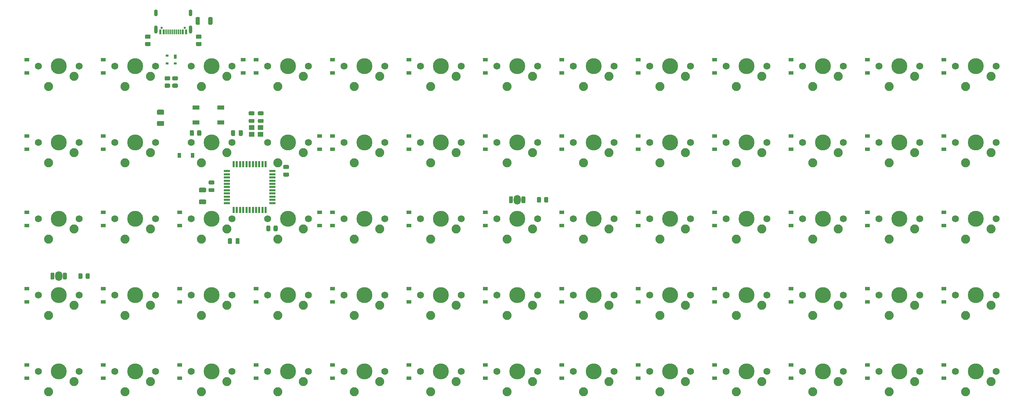
<source format=gbs>
G04 #@! TF.GenerationSoftware,KiCad,Pcbnew,5.1.9+dfsg1-1*
G04 #@! TF.CreationDate,2021-12-29T06:26:28+01:00*
G04 #@! TF.ProjectId,okey65-pcb,6f6b6579-3635-42d7-9063-622e6b696361,rev?*
G04 #@! TF.SameCoordinates,Original*
G04 #@! TF.FileFunction,Soldermask,Bot*
G04 #@! TF.FilePolarity,Negative*
%FSLAX46Y46*%
G04 Gerber Fmt 4.6, Leading zero omitted, Abs format (unit mm)*
G04 Created by KiCad (PCBNEW 5.1.9+dfsg1-1) date 2021-12-29 06:26:28*
%MOMM*%
%LPD*%
G01*
G04 APERTURE LIST*
%ADD10C,2.250000*%
%ADD11C,3.987800*%
%ADD12C,1.750000*%
%ADD13R,0.700000X1.000000*%
%ADD14R,0.700000X0.600000*%
%ADD15R,1.400000X1.200000*%
%ADD16R,0.550000X1.500000*%
%ADD17R,1.500000X0.550000*%
%ADD18R,1.800000X1.100000*%
%ADD19R,0.600000X1.160000*%
%ADD20C,0.600000*%
%ADD21R,0.300000X1.160000*%
%ADD22O,0.900000X1.700000*%
%ADD23O,0.900000X2.000000*%
%ADD24O,1.800000X2.400000*%
%ADD25R,1.200000X0.900000*%
%ADD26R,0.900000X1.200000*%
G04 APERTURE END LIST*
G36*
G01*
X68546000Y-29271999D02*
X68546000Y-30672001D01*
G75*
G02*
X68296001Y-30922000I-249999J0D01*
G01*
X67745999Y-30922000D01*
G75*
G02*
X67496000Y-30672001I0J249999D01*
G01*
X67496000Y-29271999D01*
G75*
G02*
X67745999Y-29022000I249999J0D01*
G01*
X68296001Y-29022000D01*
G75*
G02*
X68546000Y-29271999I0J-249999D01*
G01*
G37*
G36*
G01*
X71696000Y-29271999D02*
X71696000Y-30672001D01*
G75*
G02*
X71446001Y-30922000I-249999J0D01*
G01*
X70895999Y-30922000D01*
G75*
G02*
X70646000Y-30672001I0J249999D01*
G01*
X70646000Y-29271999D01*
G75*
G02*
X70895999Y-29022000I249999J0D01*
G01*
X71446001Y-29022000D01*
G75*
G02*
X71696000Y-29271999I0J-249999D01*
G01*
G37*
D10*
X30797500Y-103505000D03*
D11*
X33337500Y-98425000D03*
D10*
X37147500Y-100965000D03*
D12*
X38417500Y-98425000D03*
X28257500Y-98425000D03*
D10*
X68897500Y-46355000D03*
D11*
X71437500Y-41275000D03*
D10*
X75247500Y-43815000D03*
D12*
X76517500Y-41275000D03*
X66357500Y-41275000D03*
D10*
X68897500Y-84455000D03*
D11*
X71437500Y-79375000D03*
D10*
X75247500Y-81915000D03*
D12*
X76517500Y-79375000D03*
X66357500Y-79375000D03*
G36*
G01*
X69865001Y-72760000D02*
X68564999Y-72760000D01*
G75*
G02*
X68315000Y-72510001I0J249999D01*
G01*
X68315000Y-71859999D01*
G75*
G02*
X68564999Y-71610000I249999J0D01*
G01*
X69865001Y-71610000D01*
G75*
G02*
X70115000Y-71859999I0J-249999D01*
G01*
X70115000Y-72510001D01*
G75*
G02*
X69865001Y-72760000I-249999J0D01*
G01*
G37*
G36*
G01*
X69865001Y-75710000D02*
X68564999Y-75710000D01*
G75*
G02*
X68315000Y-75460001I0J249999D01*
G01*
X68315000Y-74809999D01*
G75*
G02*
X68564999Y-74560000I249999J0D01*
G01*
X69865001Y-74560000D01*
G75*
G02*
X70115000Y-74809999I0J-249999D01*
G01*
X70115000Y-75460001D01*
G75*
G02*
X69865001Y-75710000I-249999J0D01*
G01*
G37*
G36*
G01*
X70962500Y-69797000D02*
X71912500Y-69797000D01*
G75*
G02*
X72162500Y-70047000I0J-250000D01*
G01*
X72162500Y-70547000D01*
G75*
G02*
X71912500Y-70797000I-250000J0D01*
G01*
X70962500Y-70797000D01*
G75*
G02*
X70712500Y-70547000I0J250000D01*
G01*
X70712500Y-70047000D01*
G75*
G02*
X70962500Y-69797000I250000J0D01*
G01*
G37*
G36*
G01*
X70962500Y-71697000D02*
X71912500Y-71697000D01*
G75*
G02*
X72162500Y-71947000I0J-250000D01*
G01*
X72162500Y-72447000D01*
G75*
G02*
X71912500Y-72697000I-250000J0D01*
G01*
X70962500Y-72697000D01*
G75*
G02*
X70712500Y-72447000I0J250000D01*
G01*
X70712500Y-71947000D01*
G75*
G02*
X70962500Y-71697000I250000J0D01*
G01*
G37*
D10*
X87947500Y-84455000D03*
D11*
X90487500Y-79375000D03*
D10*
X94297500Y-81915000D03*
D12*
X95567500Y-79375000D03*
X85407500Y-79375000D03*
D10*
X87947500Y-65405000D03*
D11*
X90487500Y-60325000D03*
D10*
X94297500Y-62865000D03*
D12*
X95567500Y-60325000D03*
X85407500Y-60325000D03*
D13*
X62404500Y-38874000D03*
D14*
X60404500Y-38674000D03*
X62404500Y-40574000D03*
X60404500Y-40574000D03*
D10*
X164147500Y-84455000D03*
D11*
X166687500Y-79375000D03*
D10*
X170497500Y-81915000D03*
D12*
X171767500Y-79375000D03*
X161607500Y-79375000D03*
D10*
X68897500Y-65405000D03*
D11*
X71437500Y-60325000D03*
D10*
X75247500Y-62865000D03*
D12*
X76517500Y-60325000D03*
X66357500Y-60325000D03*
G36*
G01*
X59362500Y-53387500D02*
X58112500Y-53387500D01*
G75*
G02*
X57862500Y-53137500I0J250000D01*
G01*
X57862500Y-52387500D01*
G75*
G02*
X58112500Y-52137500I250000J0D01*
G01*
X59362500Y-52137500D01*
G75*
G02*
X59612500Y-52387500I0J-250000D01*
G01*
X59612500Y-53137500D01*
G75*
G02*
X59362500Y-53387500I-250000J0D01*
G01*
G37*
G36*
G01*
X59362500Y-56187500D02*
X58112500Y-56187500D01*
G75*
G02*
X57862500Y-55937500I0J250000D01*
G01*
X57862500Y-55187500D01*
G75*
G02*
X58112500Y-54937500I250000J0D01*
G01*
X59362500Y-54937500D01*
G75*
G02*
X59612500Y-55187500I0J-250000D01*
G01*
X59612500Y-55937500D01*
G75*
G02*
X59362500Y-56187500I-250000J0D01*
G01*
G37*
D15*
X83681750Y-56554000D03*
X81481750Y-56554000D03*
X81481750Y-58254000D03*
X83681750Y-58254000D03*
D16*
X76962500Y-77137500D03*
X77762500Y-77137500D03*
X78562500Y-77137500D03*
X79362500Y-77137500D03*
X80162500Y-77137500D03*
X80962500Y-77137500D03*
X81762500Y-77137500D03*
X82562500Y-77137500D03*
X83362500Y-77137500D03*
X84162500Y-77137500D03*
X84962500Y-77137500D03*
D17*
X86662500Y-75437500D03*
X86662500Y-74637500D03*
X86662500Y-73837500D03*
X86662500Y-73037500D03*
X86662500Y-72237500D03*
X86662500Y-71437500D03*
X86662500Y-70637500D03*
X86662500Y-69837500D03*
X86662500Y-69037500D03*
X86662500Y-68237500D03*
X86662500Y-67437500D03*
D16*
X84962500Y-65737500D03*
X84162500Y-65737500D03*
X83362500Y-65737500D03*
X82562500Y-65737500D03*
X81762500Y-65737500D03*
X80962500Y-65737500D03*
X80162500Y-65737500D03*
X79362500Y-65737500D03*
X78562500Y-65737500D03*
X77762500Y-65737500D03*
X76962500Y-65737500D03*
D17*
X75262500Y-67437500D03*
X75262500Y-68237500D03*
X75262500Y-69037500D03*
X75262500Y-69837500D03*
X75262500Y-70637500D03*
X75262500Y-71437500D03*
X75262500Y-72237500D03*
X75262500Y-73037500D03*
X75262500Y-73837500D03*
X75262500Y-74637500D03*
X75262500Y-75437500D03*
D18*
X73743750Y-51593750D03*
X67543750Y-55293750D03*
X73743750Y-55293750D03*
X67543750Y-51593750D03*
G36*
G01*
X154387500Y-75062502D02*
X154387500Y-74162498D01*
G75*
G02*
X154637498Y-73912500I249998J0D01*
G01*
X155162502Y-73912500D01*
G75*
G02*
X155412500Y-74162498I0J-249998D01*
G01*
X155412500Y-75062502D01*
G75*
G02*
X155162502Y-75312500I-249998J0D01*
G01*
X154637498Y-75312500D01*
G75*
G02*
X154387500Y-75062502I0J249998D01*
G01*
G37*
G36*
G01*
X152562500Y-75062502D02*
X152562500Y-74162498D01*
G75*
G02*
X152812498Y-73912500I249998J0D01*
G01*
X153337502Y-73912500D01*
G75*
G02*
X153587500Y-74162498I0J-249998D01*
G01*
X153587500Y-75062502D01*
G75*
G02*
X153337502Y-75312500I-249998J0D01*
G01*
X152812498Y-75312500D01*
G75*
G02*
X152562500Y-75062502I0J249998D01*
G01*
G37*
G36*
G01*
X67812498Y-35206250D02*
X68712502Y-35206250D01*
G75*
G02*
X68962500Y-35456248I0J-249998D01*
G01*
X68962500Y-35981252D01*
G75*
G02*
X68712502Y-36231250I-249998J0D01*
G01*
X67812498Y-36231250D01*
G75*
G02*
X67562500Y-35981252I0J249998D01*
G01*
X67562500Y-35456248D01*
G75*
G02*
X67812498Y-35206250I249998J0D01*
G01*
G37*
G36*
G01*
X67812498Y-33381250D02*
X68712502Y-33381250D01*
G75*
G02*
X68962500Y-33631248I0J-249998D01*
G01*
X68962500Y-34156252D01*
G75*
G02*
X68712502Y-34406250I-249998J0D01*
G01*
X67812498Y-34406250D01*
G75*
G02*
X67562500Y-34156252I0J249998D01*
G01*
X67562500Y-33631248D01*
G75*
G02*
X67812498Y-33381250I249998J0D01*
G01*
G37*
G36*
G01*
X55112498Y-35206250D02*
X56012502Y-35206250D01*
G75*
G02*
X56262500Y-35456248I0J-249998D01*
G01*
X56262500Y-35981252D01*
G75*
G02*
X56012502Y-36231250I-249998J0D01*
G01*
X55112498Y-36231250D01*
G75*
G02*
X54862500Y-35981252I0J249998D01*
G01*
X54862500Y-35456248D01*
G75*
G02*
X55112498Y-35206250I249998J0D01*
G01*
G37*
G36*
G01*
X55112498Y-33381250D02*
X56012502Y-33381250D01*
G75*
G02*
X56262500Y-33631248I0J-249998D01*
G01*
X56262500Y-34156252D01*
G75*
G02*
X56012502Y-34406250I-249998J0D01*
G01*
X55112498Y-34406250D01*
G75*
G02*
X54862500Y-34156252I0J249998D01*
G01*
X54862500Y-33631248D01*
G75*
G02*
X55112498Y-33381250I249998J0D01*
G01*
G37*
G36*
G01*
X40087500Y-94112502D02*
X40087500Y-93212498D01*
G75*
G02*
X40337498Y-92962500I249998J0D01*
G01*
X40862502Y-92962500D01*
G75*
G02*
X41112500Y-93212498I0J-249998D01*
G01*
X41112500Y-94112502D01*
G75*
G02*
X40862502Y-94362500I-249998J0D01*
G01*
X40337498Y-94362500D01*
G75*
G02*
X40087500Y-94112502I0J249998D01*
G01*
G37*
G36*
G01*
X38262500Y-94112502D02*
X38262500Y-93212498D01*
G75*
G02*
X38512498Y-92962500I249998J0D01*
G01*
X39037502Y-92962500D01*
G75*
G02*
X39287500Y-93212498I0J-249998D01*
G01*
X39287500Y-94112502D01*
G75*
G02*
X39037502Y-94362500I-249998J0D01*
G01*
X38512498Y-94362500D01*
G75*
G02*
X38262500Y-94112502I0J249998D01*
G01*
G37*
G36*
G01*
X86918750Y-82206252D02*
X86918750Y-81306248D01*
G75*
G02*
X87168748Y-81056250I249998J0D01*
G01*
X87693752Y-81056250D01*
G75*
G02*
X87943750Y-81306248I0J-249998D01*
G01*
X87943750Y-82206252D01*
G75*
G02*
X87693752Y-82456250I-249998J0D01*
G01*
X87168748Y-82456250D01*
G75*
G02*
X86918750Y-82206252I0J249998D01*
G01*
G37*
G36*
G01*
X85093750Y-82206252D02*
X85093750Y-81306248D01*
G75*
G02*
X85343748Y-81056250I249998J0D01*
G01*
X85868752Y-81056250D01*
G75*
G02*
X86118750Y-81306248I0J-249998D01*
G01*
X86118750Y-82206252D01*
G75*
G02*
X85868752Y-82456250I-249998J0D01*
G01*
X85343748Y-82456250D01*
G75*
G02*
X85093750Y-82206252I0J249998D01*
G01*
G37*
G36*
G01*
X60902002Y-44812000D02*
X60001998Y-44812000D01*
G75*
G02*
X59752000Y-44562002I0J249998D01*
G01*
X59752000Y-44036998D01*
G75*
G02*
X60001998Y-43787000I249998J0D01*
G01*
X60902002Y-43787000D01*
G75*
G02*
X61152000Y-44036998I0J-249998D01*
G01*
X61152000Y-44562002D01*
G75*
G02*
X60902002Y-44812000I-249998J0D01*
G01*
G37*
G36*
G01*
X60902002Y-46637000D02*
X60001998Y-46637000D01*
G75*
G02*
X59752000Y-46387002I0J249998D01*
G01*
X59752000Y-45861998D01*
G75*
G02*
X60001998Y-45612000I249998J0D01*
G01*
X60902002Y-45612000D01*
G75*
G02*
X61152000Y-45861998I0J-249998D01*
G01*
X61152000Y-46387002D01*
G75*
G02*
X60902002Y-46637000I-249998J0D01*
G01*
G37*
G36*
G01*
X62807002Y-44812000D02*
X61906998Y-44812000D01*
G75*
G02*
X61657000Y-44562002I0J249998D01*
G01*
X61657000Y-44036998D01*
G75*
G02*
X61906998Y-43787000I249998J0D01*
G01*
X62807002Y-43787000D01*
G75*
G02*
X63057000Y-44036998I0J-249998D01*
G01*
X63057000Y-44562002D01*
G75*
G02*
X62807002Y-44812000I-249998J0D01*
G01*
G37*
G36*
G01*
X62807002Y-46637000D02*
X61906998Y-46637000D01*
G75*
G02*
X61657000Y-46387002I0J249998D01*
G01*
X61657000Y-45861998D01*
G75*
G02*
X61906998Y-45612000I249998J0D01*
G01*
X62807002Y-45612000D01*
G75*
G02*
X63057000Y-45861998I0J-249998D01*
G01*
X63057000Y-46387002D01*
G75*
G02*
X62807002Y-46637000I-249998J0D01*
G01*
G37*
G36*
G01*
X67068750Y-57493748D02*
X67068750Y-58393752D01*
G75*
G02*
X66818752Y-58643750I-249998J0D01*
G01*
X66293748Y-58643750D01*
G75*
G02*
X66043750Y-58393752I0J249998D01*
G01*
X66043750Y-57493748D01*
G75*
G02*
X66293748Y-57243750I249998J0D01*
G01*
X66818752Y-57243750D01*
G75*
G02*
X67068750Y-57493748I0J-249998D01*
G01*
G37*
G36*
G01*
X68893750Y-57493748D02*
X68893750Y-58393752D01*
G75*
G02*
X68643752Y-58643750I-249998J0D01*
G01*
X68118748Y-58643750D01*
G75*
G02*
X67868750Y-58393752I0J249998D01*
G01*
X67868750Y-57493748D01*
G75*
G02*
X68118748Y-57243750I249998J0D01*
G01*
X68643752Y-57243750D01*
G75*
G02*
X68893750Y-57493748I0J-249998D01*
G01*
G37*
D10*
X259397500Y-122555000D03*
D11*
X261937500Y-117475000D03*
D10*
X265747500Y-120015000D03*
D12*
X267017500Y-117475000D03*
X256857500Y-117475000D03*
D10*
X240347500Y-122555000D03*
D11*
X242887500Y-117475000D03*
D10*
X246697500Y-120015000D03*
D12*
X247967500Y-117475000D03*
X237807500Y-117475000D03*
D10*
X221297500Y-122555000D03*
D11*
X223837500Y-117475000D03*
D10*
X227647500Y-120015000D03*
D12*
X228917500Y-117475000D03*
X218757500Y-117475000D03*
D10*
X202247500Y-122555000D03*
D11*
X204787500Y-117475000D03*
D10*
X208597500Y-120015000D03*
D12*
X209867500Y-117475000D03*
X199707500Y-117475000D03*
D10*
X183197500Y-122555000D03*
D11*
X185737500Y-117475000D03*
D10*
X189547500Y-120015000D03*
D12*
X190817500Y-117475000D03*
X180657500Y-117475000D03*
D10*
X164147500Y-122555000D03*
D11*
X166687500Y-117475000D03*
D10*
X170497500Y-120015000D03*
D12*
X171767500Y-117475000D03*
X161607500Y-117475000D03*
D10*
X145097500Y-122555000D03*
D11*
X147637500Y-117475000D03*
D10*
X151447500Y-120015000D03*
D12*
X152717500Y-117475000D03*
X142557500Y-117475000D03*
D10*
X126047500Y-122555000D03*
D11*
X128587500Y-117475000D03*
D10*
X132397500Y-120015000D03*
D12*
X133667500Y-117475000D03*
X123507500Y-117475000D03*
D10*
X106997500Y-122555000D03*
D11*
X109537500Y-117475000D03*
D10*
X113347500Y-120015000D03*
D12*
X114617500Y-117475000D03*
X104457500Y-117475000D03*
D10*
X87947500Y-122555000D03*
D11*
X90487500Y-117475000D03*
D10*
X94297500Y-120015000D03*
D12*
X95567500Y-117475000D03*
X85407500Y-117475000D03*
D10*
X68897500Y-122555000D03*
D11*
X71437500Y-117475000D03*
D10*
X75247500Y-120015000D03*
D12*
X76517500Y-117475000D03*
X66357500Y-117475000D03*
D10*
X49847500Y-122555000D03*
D11*
X52387500Y-117475000D03*
D10*
X56197500Y-120015000D03*
D12*
X57467500Y-117475000D03*
X47307500Y-117475000D03*
D10*
X30797500Y-122555000D03*
D11*
X33337500Y-117475000D03*
D10*
X37147500Y-120015000D03*
D12*
X38417500Y-117475000D03*
X28257500Y-117475000D03*
D10*
X259397500Y-103505000D03*
D11*
X261937500Y-98425000D03*
D10*
X265747500Y-100965000D03*
D12*
X267017500Y-98425000D03*
X256857500Y-98425000D03*
D10*
X240347500Y-103505000D03*
D11*
X242887500Y-98425000D03*
D10*
X246697500Y-100965000D03*
D12*
X247967500Y-98425000D03*
X237807500Y-98425000D03*
D10*
X221297500Y-103505000D03*
D11*
X223837500Y-98425000D03*
D10*
X227647500Y-100965000D03*
D12*
X228917500Y-98425000D03*
X218757500Y-98425000D03*
D10*
X202247500Y-103505000D03*
D11*
X204787500Y-98425000D03*
D10*
X208597500Y-100965000D03*
D12*
X209867500Y-98425000D03*
X199707500Y-98425000D03*
D10*
X183197500Y-103505000D03*
D11*
X185737500Y-98425000D03*
D10*
X189547500Y-100965000D03*
D12*
X190817500Y-98425000D03*
X180657500Y-98425000D03*
D10*
X164147500Y-103505000D03*
D11*
X166687500Y-98425000D03*
D10*
X170497500Y-100965000D03*
D12*
X171767500Y-98425000D03*
X161607500Y-98425000D03*
D10*
X145097500Y-103505000D03*
D11*
X147637500Y-98425000D03*
D10*
X151447500Y-100965000D03*
D12*
X152717500Y-98425000D03*
X142557500Y-98425000D03*
D10*
X126047500Y-103505000D03*
D11*
X128587500Y-98425000D03*
D10*
X132397500Y-100965000D03*
D12*
X133667500Y-98425000D03*
X123507500Y-98425000D03*
D10*
X106997500Y-103505000D03*
D11*
X109537500Y-98425000D03*
D10*
X113347500Y-100965000D03*
D12*
X114617500Y-98425000D03*
X104457500Y-98425000D03*
D10*
X87947500Y-103505000D03*
D11*
X90487500Y-98425000D03*
D10*
X94297500Y-100965000D03*
D12*
X95567500Y-98425000D03*
X85407500Y-98425000D03*
D10*
X68897500Y-103505000D03*
D11*
X71437500Y-98425000D03*
D10*
X75247500Y-100965000D03*
D12*
X76517500Y-98425000D03*
X66357500Y-98425000D03*
D10*
X49847500Y-103505000D03*
D11*
X52387500Y-98425000D03*
D10*
X56197500Y-100965000D03*
D12*
X57467500Y-98425000D03*
X47307500Y-98425000D03*
D10*
X259397500Y-84455000D03*
D11*
X261937500Y-79375000D03*
D10*
X265747500Y-81915000D03*
D12*
X267017500Y-79375000D03*
X256857500Y-79375000D03*
D10*
X240347500Y-84455000D03*
D11*
X242887500Y-79375000D03*
D10*
X246697500Y-81915000D03*
D12*
X247967500Y-79375000D03*
X237807500Y-79375000D03*
D10*
X221297500Y-84455000D03*
D11*
X223837500Y-79375000D03*
D10*
X227647500Y-81915000D03*
D12*
X228917500Y-79375000D03*
X218757500Y-79375000D03*
D10*
X202247500Y-84455000D03*
D11*
X204787500Y-79375000D03*
D10*
X208597500Y-81915000D03*
D12*
X209867500Y-79375000D03*
X199707500Y-79375000D03*
D10*
X183197500Y-84455000D03*
D11*
X185737500Y-79375000D03*
D10*
X189547500Y-81915000D03*
D12*
X190817500Y-79375000D03*
X180657500Y-79375000D03*
D10*
X145097500Y-84455000D03*
D11*
X147637500Y-79375000D03*
D10*
X151447500Y-81915000D03*
D12*
X152717500Y-79375000D03*
X142557500Y-79375000D03*
D10*
X126047500Y-84455000D03*
D11*
X128587500Y-79375000D03*
D10*
X132397500Y-81915000D03*
D12*
X133667500Y-79375000D03*
X123507500Y-79375000D03*
D10*
X106997500Y-84455000D03*
D11*
X109537500Y-79375000D03*
D10*
X113347500Y-81915000D03*
D12*
X114617500Y-79375000D03*
X104457500Y-79375000D03*
D10*
X49847500Y-84455000D03*
D11*
X52387500Y-79375000D03*
D10*
X56197500Y-81915000D03*
D12*
X57467500Y-79375000D03*
X47307500Y-79375000D03*
D10*
X30797500Y-84455000D03*
D11*
X33337500Y-79375000D03*
D10*
X37147500Y-81915000D03*
D12*
X38417500Y-79375000D03*
X28257500Y-79375000D03*
D10*
X259397500Y-65405000D03*
D11*
X261937500Y-60325000D03*
D10*
X265747500Y-62865000D03*
D12*
X267017500Y-60325000D03*
X256857500Y-60325000D03*
D10*
X240347500Y-65405000D03*
D11*
X242887500Y-60325000D03*
D10*
X246697500Y-62865000D03*
D12*
X247967500Y-60325000D03*
X237807500Y-60325000D03*
D10*
X221297500Y-65405000D03*
D11*
X223837500Y-60325000D03*
D10*
X227647500Y-62865000D03*
D12*
X228917500Y-60325000D03*
X218757500Y-60325000D03*
D10*
X202247500Y-65405000D03*
D11*
X204787500Y-60325000D03*
D10*
X208597500Y-62865000D03*
D12*
X209867500Y-60325000D03*
X199707500Y-60325000D03*
D10*
X183197500Y-65405000D03*
D11*
X185737500Y-60325000D03*
D10*
X189547500Y-62865000D03*
D12*
X190817500Y-60325000D03*
X180657500Y-60325000D03*
D10*
X164147500Y-65405000D03*
D11*
X166687500Y-60325000D03*
D10*
X170497500Y-62865000D03*
D12*
X171767500Y-60325000D03*
X161607500Y-60325000D03*
D10*
X145097500Y-65405000D03*
D11*
X147637500Y-60325000D03*
D10*
X151447500Y-62865000D03*
D12*
X152717500Y-60325000D03*
X142557500Y-60325000D03*
D10*
X126047500Y-65405000D03*
D11*
X128587500Y-60325000D03*
D10*
X132397500Y-62865000D03*
D12*
X133667500Y-60325000D03*
X123507500Y-60325000D03*
D10*
X106997500Y-65405000D03*
D11*
X109537500Y-60325000D03*
D10*
X113347500Y-62865000D03*
D12*
X114617500Y-60325000D03*
X104457500Y-60325000D03*
D10*
X49847500Y-65405000D03*
D11*
X52387500Y-60325000D03*
D10*
X56197500Y-62865000D03*
D12*
X57467500Y-60325000D03*
X47307500Y-60325000D03*
D10*
X30797500Y-65405000D03*
D11*
X33337500Y-60325000D03*
D10*
X37147500Y-62865000D03*
D12*
X38417500Y-60325000D03*
X28257500Y-60325000D03*
D10*
X259397500Y-46355000D03*
D11*
X261937500Y-41275000D03*
D10*
X265747500Y-43815000D03*
D12*
X267017500Y-41275000D03*
X256857500Y-41275000D03*
D10*
X240347500Y-46355000D03*
D11*
X242887500Y-41275000D03*
D10*
X246697500Y-43815000D03*
D12*
X247967500Y-41275000D03*
X237807500Y-41275000D03*
D10*
X221297500Y-46355000D03*
D11*
X223837500Y-41275000D03*
D10*
X227647500Y-43815000D03*
D12*
X228917500Y-41275000D03*
X218757500Y-41275000D03*
D10*
X202247500Y-46355000D03*
D11*
X204787500Y-41275000D03*
D10*
X208597500Y-43815000D03*
D12*
X209867500Y-41275000D03*
X199707500Y-41275000D03*
D10*
X183197500Y-46355000D03*
D11*
X185737500Y-41275000D03*
D10*
X189547500Y-43815000D03*
D12*
X190817500Y-41275000D03*
X180657500Y-41275000D03*
D10*
X164147500Y-46355000D03*
D11*
X166687500Y-41275000D03*
D10*
X170497500Y-43815000D03*
D12*
X171767500Y-41275000D03*
X161607500Y-41275000D03*
D10*
X145097500Y-46355000D03*
D11*
X147637500Y-41275000D03*
D10*
X151447500Y-43815000D03*
D12*
X152717500Y-41275000D03*
X142557500Y-41275000D03*
D10*
X126047500Y-46355000D03*
D11*
X128587500Y-41275000D03*
D10*
X132397500Y-43815000D03*
D12*
X133667500Y-41275000D03*
X123507500Y-41275000D03*
D10*
X106997500Y-46355000D03*
D11*
X109537500Y-41275000D03*
D10*
X113347500Y-43815000D03*
D12*
X114617500Y-41275000D03*
X104457500Y-41275000D03*
D10*
X87947500Y-46355000D03*
D11*
X90487500Y-41275000D03*
D10*
X94297500Y-43815000D03*
D12*
X95567500Y-41275000D03*
X85407500Y-41275000D03*
D10*
X49847500Y-46355000D03*
D11*
X52387500Y-41275000D03*
D10*
X56197500Y-43815000D03*
D12*
X57467500Y-41275000D03*
X47307500Y-41275000D03*
D10*
X30797500Y-46355000D03*
D11*
X33337500Y-41275000D03*
D10*
X37147500Y-43815000D03*
D12*
X38417500Y-41275000D03*
X28257500Y-41275000D03*
D19*
X65112500Y-32736000D03*
X64312500Y-32736000D03*
X65112500Y-32736000D03*
X64312500Y-32736000D03*
X58712500Y-32736000D03*
X58712500Y-32736000D03*
X59512500Y-32736000D03*
X59512500Y-32736000D03*
D20*
X59022500Y-31676000D03*
X64802500Y-31676000D03*
D21*
X63662500Y-32736000D03*
X62662500Y-32736000D03*
X63162500Y-32736000D03*
X60662500Y-32736000D03*
X60162500Y-32736000D03*
X62162500Y-32736000D03*
X61662500Y-32736000D03*
X61162500Y-32736000D03*
D22*
X66232500Y-27986000D03*
X57592500Y-27986000D03*
D23*
X66232500Y-32156000D03*
X57592500Y-32156000D03*
D24*
X147637500Y-74612500D03*
G36*
G01*
X148712500Y-75297500D02*
X148712500Y-73927500D01*
G75*
G02*
X148902500Y-73737500I190000J0D01*
G01*
X149472500Y-73737500D01*
G75*
G02*
X149662500Y-73927500I0J-190000D01*
G01*
X149662500Y-75297500D01*
G75*
G02*
X149472500Y-75487500I-190000J0D01*
G01*
X148902500Y-75487500D01*
G75*
G02*
X148712500Y-75297500I0J190000D01*
G01*
G37*
G36*
G01*
X145612500Y-75297500D02*
X145612500Y-73927500D01*
G75*
G02*
X145802500Y-73737500I190000J0D01*
G01*
X146372500Y-73737500D01*
G75*
G02*
X146562500Y-73927500I0J-190000D01*
G01*
X146562500Y-75297500D01*
G75*
G02*
X146372500Y-75487500I-190000J0D01*
G01*
X145802500Y-75487500D01*
G75*
G02*
X145612500Y-75297500I0J190000D01*
G01*
G37*
X33337500Y-93662500D03*
G36*
G01*
X34412500Y-94347500D02*
X34412500Y-92977500D01*
G75*
G02*
X34602500Y-92787500I190000J0D01*
G01*
X35172500Y-92787500D01*
G75*
G02*
X35362500Y-92977500I0J-190000D01*
G01*
X35362500Y-94347500D01*
G75*
G02*
X35172500Y-94537500I-190000J0D01*
G01*
X34602500Y-94537500D01*
G75*
G02*
X34412500Y-94347500I0J190000D01*
G01*
G37*
G36*
G01*
X31312500Y-94347500D02*
X31312500Y-92977500D01*
G75*
G02*
X31502500Y-92787500I190000J0D01*
G01*
X32072500Y-92787500D01*
G75*
G02*
X32262500Y-92977500I0J-190000D01*
G01*
X32262500Y-94347500D01*
G75*
G02*
X32072500Y-94537500I-190000J0D01*
G01*
X31502500Y-94537500D01*
G75*
G02*
X31312500Y-94347500I0J190000D01*
G01*
G37*
D25*
X254000000Y-119125000D03*
X254000000Y-115825000D03*
X234950000Y-119125000D03*
X234950000Y-115825000D03*
X215900000Y-119125000D03*
X215900000Y-115825000D03*
X196850000Y-119125000D03*
X196850000Y-115825000D03*
X177800000Y-119125000D03*
X177800000Y-115825000D03*
X158750000Y-119125000D03*
X158750000Y-115825000D03*
X139700000Y-119125000D03*
X139700000Y-115825000D03*
X120650000Y-119125000D03*
X120650000Y-115825000D03*
X101600000Y-119125000D03*
X101600000Y-115825000D03*
X82550000Y-119125000D03*
X82550000Y-115825000D03*
X63500000Y-119125000D03*
X63500000Y-115825000D03*
X44450000Y-119125000D03*
X44450000Y-115825000D03*
X25400000Y-119125000D03*
X25400000Y-115825000D03*
X254000000Y-100075000D03*
X254000000Y-96775000D03*
X234950000Y-100075000D03*
X234950000Y-96775000D03*
X215900000Y-100075000D03*
X215900000Y-96775000D03*
X196850000Y-100075000D03*
X196850000Y-96775000D03*
X177800000Y-100075000D03*
X177800000Y-96775000D03*
X158750000Y-100075000D03*
X158750000Y-96775000D03*
X139700000Y-100075000D03*
X139700000Y-96775000D03*
X120650000Y-100075000D03*
X120650000Y-96775000D03*
X101600000Y-100075000D03*
X101600000Y-96775000D03*
X82550000Y-100075000D03*
X82550000Y-96775000D03*
X63500000Y-100075000D03*
X63500000Y-96775000D03*
X44450000Y-100075000D03*
X44450000Y-96775000D03*
X25400000Y-100075000D03*
X25400000Y-96775000D03*
X254000000Y-81025000D03*
X254000000Y-77725000D03*
X234950000Y-81025000D03*
X234950000Y-77725000D03*
X215900000Y-81025000D03*
X215900000Y-77725000D03*
X196850000Y-81025000D03*
X196850000Y-77725000D03*
X177800000Y-81025000D03*
X177800000Y-77725000D03*
X158750000Y-81025000D03*
X158750000Y-77725000D03*
X139700000Y-81025000D03*
X139700000Y-77725000D03*
X120650000Y-81025000D03*
X120650000Y-77725000D03*
X101600000Y-81025000D03*
X101600000Y-77725000D03*
X98425000Y-81025000D03*
X98425000Y-77725000D03*
X63500000Y-81025000D03*
X63500000Y-77725000D03*
X44450000Y-81025000D03*
X44450000Y-77725000D03*
X25400000Y-81025000D03*
X25400000Y-77725000D03*
X254000000Y-61975000D03*
X254000000Y-58675000D03*
X234950000Y-61975000D03*
X234950000Y-58675000D03*
X215900000Y-61975000D03*
X215900000Y-58675000D03*
X196850000Y-61975000D03*
X196850000Y-58675000D03*
X177800000Y-61975000D03*
X177800000Y-58675000D03*
X158750000Y-61975000D03*
X158750000Y-58675000D03*
X139700000Y-61975000D03*
X139700000Y-58675000D03*
X120650000Y-61975000D03*
X120650000Y-58675000D03*
X101600000Y-61975000D03*
X101600000Y-58675000D03*
X98425000Y-61975000D03*
X98425000Y-58675000D03*
D26*
X66737500Y-63500000D03*
X63437500Y-63500000D03*
D25*
X44450000Y-61975000D03*
X44450000Y-58675000D03*
X25400000Y-61975000D03*
X25400000Y-58675000D03*
X254000000Y-42925000D03*
X254000000Y-39625000D03*
X234950000Y-42925000D03*
X234950000Y-39625000D03*
X215900000Y-42925000D03*
X215900000Y-39625000D03*
X196850000Y-42925000D03*
X196850000Y-39625000D03*
X177800000Y-42925000D03*
X177800000Y-39625000D03*
X158750000Y-42925000D03*
X158750000Y-39625000D03*
X139700000Y-42925000D03*
X139700000Y-39625000D03*
X120650000Y-42925000D03*
X120650000Y-39625000D03*
X101600000Y-42925000D03*
X101600000Y-39625000D03*
X82550000Y-42925000D03*
X82550000Y-39625000D03*
X79375000Y-42925000D03*
X79375000Y-39625000D03*
X44450000Y-42925000D03*
X44450000Y-39625000D03*
X25400000Y-42925000D03*
X25400000Y-39625000D03*
G36*
G01*
X75543750Y-85406250D02*
X75543750Y-84456250D01*
G75*
G02*
X75793750Y-84206250I250000J0D01*
G01*
X76293750Y-84206250D01*
G75*
G02*
X76543750Y-84456250I0J-250000D01*
G01*
X76543750Y-85406250D01*
G75*
G02*
X76293750Y-85656250I-250000J0D01*
G01*
X75793750Y-85656250D01*
G75*
G02*
X75543750Y-85406250I0J250000D01*
G01*
G37*
G36*
G01*
X77443750Y-85406250D02*
X77443750Y-84456250D01*
G75*
G02*
X77693750Y-84206250I250000J0D01*
G01*
X78193750Y-84206250D01*
G75*
G02*
X78443750Y-84456250I0J-250000D01*
G01*
X78443750Y-85406250D01*
G75*
G02*
X78193750Y-85656250I-250000J0D01*
G01*
X77693750Y-85656250D01*
G75*
G02*
X77443750Y-85406250I0J250000D01*
G01*
G37*
G36*
G01*
X90518000Y-68826000D02*
X89568000Y-68826000D01*
G75*
G02*
X89318000Y-68576000I0J250000D01*
G01*
X89318000Y-68076000D01*
G75*
G02*
X89568000Y-67826000I250000J0D01*
G01*
X90518000Y-67826000D01*
G75*
G02*
X90768000Y-68076000I0J-250000D01*
G01*
X90768000Y-68576000D01*
G75*
G02*
X90518000Y-68826000I-250000J0D01*
G01*
G37*
G36*
G01*
X90518000Y-66926000D02*
X89568000Y-66926000D01*
G75*
G02*
X89318000Y-66676000I0J250000D01*
G01*
X89318000Y-66176000D01*
G75*
G02*
X89568000Y-65926000I250000J0D01*
G01*
X90518000Y-65926000D01*
G75*
G02*
X90768000Y-66176000I0J-250000D01*
G01*
X90768000Y-66676000D01*
G75*
G02*
X90518000Y-66926000I-250000J0D01*
G01*
G37*
G36*
G01*
X76337500Y-58418750D02*
X76337500Y-57468750D01*
G75*
G02*
X76587500Y-57218750I250000J0D01*
G01*
X77087500Y-57218750D01*
G75*
G02*
X77337500Y-57468750I0J-250000D01*
G01*
X77337500Y-58418750D01*
G75*
G02*
X77087500Y-58668750I-250000J0D01*
G01*
X76587500Y-58668750D01*
G75*
G02*
X76337500Y-58418750I0J250000D01*
G01*
G37*
G36*
G01*
X78237500Y-58418750D02*
X78237500Y-57468750D01*
G75*
G02*
X78487500Y-57218750I250000J0D01*
G01*
X78987500Y-57218750D01*
G75*
G02*
X79237500Y-57468750I0J-250000D01*
G01*
X79237500Y-58418750D01*
G75*
G02*
X78987500Y-58668750I-250000J0D01*
G01*
X78487500Y-58668750D01*
G75*
G02*
X78237500Y-58418750I0J250000D01*
G01*
G37*
G36*
G01*
X81913750Y-53525000D02*
X80963750Y-53525000D01*
G75*
G02*
X80713750Y-53275000I0J250000D01*
G01*
X80713750Y-52775000D01*
G75*
G02*
X80963750Y-52525000I250000J0D01*
G01*
X81913750Y-52525000D01*
G75*
G02*
X82163750Y-52775000I0J-250000D01*
G01*
X82163750Y-53275000D01*
G75*
G02*
X81913750Y-53525000I-250000J0D01*
G01*
G37*
G36*
G01*
X81913750Y-55425000D02*
X80963750Y-55425000D01*
G75*
G02*
X80713750Y-55175000I0J250000D01*
G01*
X80713750Y-54675000D01*
G75*
G02*
X80963750Y-54425000I250000J0D01*
G01*
X81913750Y-54425000D01*
G75*
G02*
X82163750Y-54675000I0J-250000D01*
G01*
X82163750Y-55175000D01*
G75*
G02*
X81913750Y-55425000I-250000J0D01*
G01*
G37*
G36*
G01*
X84199750Y-53525000D02*
X83249750Y-53525000D01*
G75*
G02*
X82999750Y-53275000I0J250000D01*
G01*
X82999750Y-52775000D01*
G75*
G02*
X83249750Y-52525000I250000J0D01*
G01*
X84199750Y-52525000D01*
G75*
G02*
X84449750Y-52775000I0J-250000D01*
G01*
X84449750Y-53275000D01*
G75*
G02*
X84199750Y-53525000I-250000J0D01*
G01*
G37*
G36*
G01*
X84199750Y-55425000D02*
X83249750Y-55425000D01*
G75*
G02*
X82999750Y-55175000I0J250000D01*
G01*
X82999750Y-54675000D01*
G75*
G02*
X83249750Y-54425000I250000J0D01*
G01*
X84199750Y-54425000D01*
G75*
G02*
X84449750Y-54675000I0J-250000D01*
G01*
X84449750Y-55175000D01*
G75*
G02*
X84199750Y-55425000I-250000J0D01*
G01*
G37*
M02*

</source>
